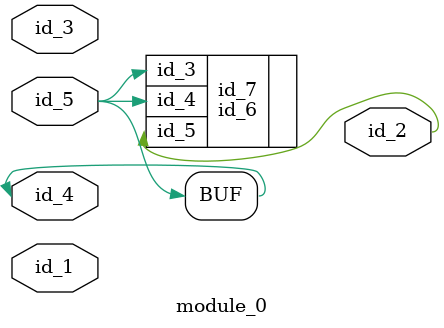
<source format=v>
module module_0 (
    id_1,
    id_2,
    id_3,
    id_4,
    id_5
);
  input id_5;
  input id_4;
  input id_3;
  output id_2;
  input id_1;
  id_6 id_7 (
      .id_5(id_2),
      .id_3(id_5),
      .id_4(id_5)
  );
  assign id_4 = id_5;
endmodule

</source>
